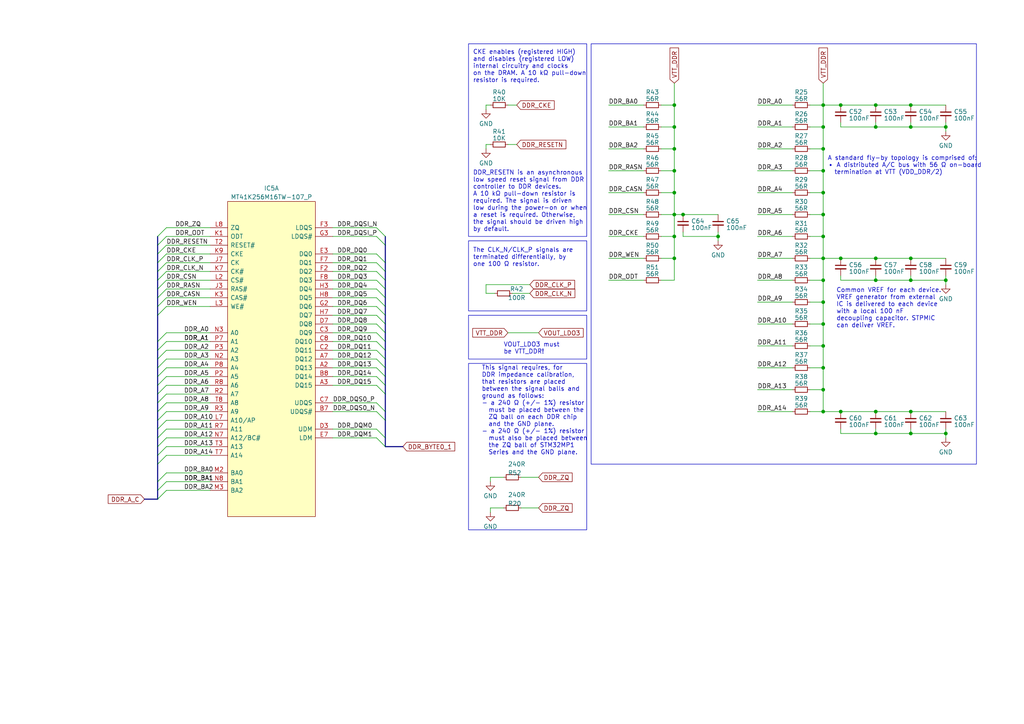
<source format=kicad_sch>
(kicad_sch (version 20230121) (generator eeschema)
  (paper "A4")
  (lib_symbols
    (symbol "Device:C_Small" (pin_numbers hide) (pin_names (offset 0.254) hide)
      (property "Reference" "C" (at 0.254 1.778 0))
      (property "Value" "C_Small" (at 0.254 -2.032 0))
      (symbol "C_Small_0_1"
        (polyline (pts (xy -1.524 -0.508) (xy 1.524 -0.508)) (stroke (width 0.3302)))
        (polyline (pts (xy -1.524 0.508) (xy 1.524 0.508)) (stroke (width 0.3048)))
      )
      (symbol "C_Small_1_1"
        (pin passive line (at 0 2.54 270) (length 2.032) (name "~") (number "1"))
        (pin passive line (at 0 -2.54 90) (length 2.032) (name "~") (number "2"))
      )
    )
    (symbol "Device:R_Small" (pin_numbers hide) (pin_names (offset 0.254) hide)
      (property "Reference" "R" (at 0.762 0.508 0))
      (property "Value" "R_Small" (at 0.762 -1.016 0))
      (symbol "R_Small_0_1"
        (rectangle (start -0.762 1.778) (end 0.762 -1.778) (stroke (width 0.2032)))
      )
      (symbol "R_Small_1_1"
        (pin passive line (at 0 2.54 270) (length 0.762) (name "~") (number "1"))
        (pin passive line (at 0 -2.54 90) (length 0.762) (name "~") (number "2"))
      )
    )
    (symbol "MT41K256M16TW-107_P_1" (pin_names (offset 0.762))
      (property "Reference" "IC5" (at 17.78 6.35 0))
      (property "Value" "MT41K256M16TW-107_P" (at 17.78 3.81 0))
      (symbol "MT41K256M16TW-107_P_1_1_0"
        (pin passive line (at 35.56 -45.72 180) (length 5.08) (name "DQ13") (number "A2"))
        (pin passive line (at 35.56 -50.8 180) (length 5.08) (name "DQ15") (number "A3"))
        (pin passive line (at 35.56 -43.18 180) (length 5.08) (name "DQ12") (number "A7"))
        (pin passive line (at 35.56 -58.42 180) (length 5.08) (name "UDQS#") (number "B7"))
        (pin passive line (at 35.56 -48.26 180) (length 5.08) (name "DQ14") (number "B8"))
        (pin passive line (at 35.56 -40.64 180) (length 5.08) (name "DQ11") (number "C2"))
        (pin passive line (at 35.56 -35.56 180) (length 5.08) (name "DQ9") (number "C3"))
        (pin passive line (at 35.56 -55.88 180) (length 5.08) (name "UDQS") (number "C7"))
        (pin passive line (at 35.56 -38.1 180) (length 5.08) (name "DQ10") (number "C8"))
        (pin passive line (at 35.56 -63.5 180) (length 5.08) (name "UDM") (number "D3"))
        (pin passive line (at 35.56 -33.02 180) (length 5.08) (name "DQ8") (number "D7"))
        (pin passive line (at 35.56 -12.7 180) (length 5.08) (name "DQ0") (number "E3"))
        (pin passive line (at 35.56 -66.04 180) (length 5.08) (name "LDM") (number "E7"))
        (pin passive line (at 35.56 -17.78 180) (length 5.08) (name "DQ2") (number "F2"))
        (pin passive line (at 35.56 -5.08 180) (length 5.08) (name "LDQS") (number "F3"))
        (pin passive line (at 35.56 -15.24 180) (length 5.08) (name "DQ1") (number "F7"))
        (pin passive line (at 35.56 -20.32 180) (length 5.08) (name "DQ3") (number "F8"))
        (pin passive line (at 35.56 -27.94 180) (length 5.08) (name "DQ6") (number "G2"))
        (pin passive line (at 35.56 -7.62 180) (length 5.08) (name "LDQS#") (number "G3"))
        (pin passive line (at 35.56 -22.86 180) (length 5.08) (name "DQ4") (number "H3"))
        (pin passive line (at 35.56 -30.48 180) (length 5.08) (name "DQ7") (number "H7"))
        (pin passive line (at 35.56 -25.4 180) (length 5.08) (name "DQ5") (number "H8"))
        (pin passive line (at 35.56 -71.12 180) (length 5.08) hide (name "NC_1") (number "J1"))
        (pin passive line (at 0 -22.86 0) (length 5.08) (name "RAS#") (number "J3"))
        (pin passive line (at 0 -15.24 0) (length 5.08) (name "CK") (number "J7"))
        (pin passive line (at 35.56 -73.66 180) (length 5.08) hide (name "NC_2") (number "J9"))
        (pin passive line (at 0 -7.62 0) (length 5.08) (name "ODT") (number "K1"))
        (pin passive line (at 0 -25.4 0) (length 5.08) (name "CAS#") (number "K3"))
        (pin passive line (at 0 -17.78 0) (length 5.08) (name "CK#") (number "K7"))
        (pin passive line (at 0 -12.7 0) (length 5.08) (name "CKE") (number "K9"))
        (pin passive line (at 35.56 -76.2 180) (length 5.08) hide (name "NC_3") (number "L1"))
        (pin passive line (at 0 -20.32 0) (length 5.08) (name "CS#") (number "L2"))
        (pin passive line (at 0 -27.94 0) (length 5.08) (name "WE#") (number "L3"))
        (pin passive line (at 0 -60.96 0) (length 5.08) (name "A10/AP") (number "L7"))
        (pin passive line (at 0 -5.08 0) (length 5.08) (name "ZQ") (number "L8"))
        (pin passive line (at 35.56 -78.74 180) (length 5.08) hide (name "NC_4") (number "L9"))
        (pin passive line (at 0 -76.2 0) (length 5.08) (name "BA0") (number "M2"))
        (pin passive line (at 0 -81.28 0) (length 5.08) (name "BA2") (number "M3"))
        (pin passive line (at 35.56 -81.28 180) (length 5.08) hide (name "NC_5") (number "M7"))
        (pin passive line (at 0 -43.18 0) (length 5.08) (name "A3") (number "N2"))
        (pin passive line (at 0 -35.56 0) (length 5.08) (name "A0") (number "N3"))
        (pin passive line (at 0 -66.04 0) (length 5.08) (name "A12/BC#") (number "N7"))
        (pin passive line (at 0 -78.74 0) (length 5.08) (name "BA1") (number "N8"))
        (pin passive line (at 0 -48.26 0) (length 5.08) (name "A5") (number "P2"))
        (pin passive line (at 0 -40.64 0) (length 5.08) (name "A2") (number "P3"))
        (pin passive line (at 0 -38.1 0) (length 5.08) (name "A1") (number "P7"))
        (pin passive line (at 0 -45.72 0) (length 5.08) (name "A4") (number "P8"))
        (pin passive line (at 0 -53.34 0) (length 5.08) (name "A7") (number "R2"))
        (pin passive line (at 0 -58.42 0) (length 5.08) (name "A9") (number "R3"))
        (pin passive line (at 0 -63.5 0) (length 5.08) (name "A11") (number "R7"))
        (pin passive line (at 0 -50.8 0) (length 5.08) (name "A6") (number "R8"))
        (pin passive line (at 0 -10.16 0) (length 5.08) (name "RESET#") (number "T2"))
        (pin passive line (at 0 -68.58 0) (length 5.08) (name "A13") (number "T3"))
        (pin passive line (at 0 -71.12 0) (length 5.08) (name "A14") (number "T7"))
        (pin passive line (at 0 -55.88 0) (length 5.08) (name "A8") (number "T8"))
      )
      (symbol "MT41K256M16TW-107_P_1_1_1"
        (polyline (pts (xy 5.08 2.54) (xy 30.48 2.54) (xy 30.48 -88.9) (xy 5.08 -88.9) (xy 5.08 2.54)) (stroke (width 0.1524)) (fill (type background)))
      )
      (symbol "MT41K256M16TW-107_P_1_2_0"
        (pin passive line (at 0 29.21 270) (length 5.08) (name "VDDQ_1") (number "A1"))
        (pin passive line (at 2.54 29.21 270) (length 5.08) (name "VDDQ_2") (number "A8"))
        (pin passive line (at 0 0 90) (length 5.08) (name "VSS_1") (number "A9"))
        (pin passive line (at 2.54 0 90) (length 5.08) (name "VSSQ_1") (number "B1"))
        (pin passive line (at 5.08 29.21 270) (length 5.08) (name "VDD_1") (number "B2"))
        (pin passive line (at 7.62 0 90) (length 5.08) (name "VSS_2") (number "B3"))
        (pin passive line (at 5.08 0 90) (length 5.08) (name "VSSQ_2") (number "B9"))
        (pin passive line (at 7.62 29.21 270) (length 5.08) (name "VDDQ_3") (number "C1"))
        (pin passive line (at 10.16 29.21 270) (length 5.08) (name "VDDQ_4") (number "C9"))
        (pin passive line (at 10.16 0 90) (length 5.08) (name "VSSQ_3") (number "D1"))
        (pin passive line (at 12.7 29.21 270) (length 5.08) (name "VDDQ_5") (number "D2"))
        (pin passive line (at 12.7 0 90) (length 5.08) (name "VSSQ_4") (number "D8"))
        (pin passive line (at 15.24 29.21 270) (length 5.08) (name "VDD_2") (number "D9"))
        (pin passive line (at 15.24 0 90) (length 5.08) (name "VSS_3") (number "E1"))
        (pin passive line (at 17.78 0 90) (length 5.08) (name "VSSQ_5") (number "E2"))
        (pin passive line (at 20.32 0 90) (length 5.08) (name "VSSQ_6") (number "E8"))
        (pin passive line (at 17.78 29.21 270) (length 5.08) (name "VDDQ_6") (number "E9"))
        (pin passive line (at 20.32 29.21 270) (length 5.08) (name "VDDQ_7") (number "F1"))
        (pin passive line (at 22.86 0 90) (length 5.08) (name "VSSQ_7") (number "F9"))
        (pin passive line (at 25.4 0 90) (length 5.08) (name "VSSQ_8") (number "G1"))
        (pin passive line (at 22.86 29.21 270) (length 5.08) (name "VDD_3") (number "G7"))
        (pin passive line (at 27.94 0 90) (length 5.08) (name "VSS_4") (number "G8"))
        (pin passive line (at 30.48 0 90) (length 5.08) (name "VSSQ_9") (number "G9"))
        (pin passive line (at 48.26 29.21 270) (length 5.08) (name "VREFDQ") (number "H1"))
        (pin passive line (at 25.4 29.21 270) (length 5.08) (name "VDDQ_8") (number "H2"))
        (pin passive line (at 27.94 29.21 270) (length 5.08) (name "VDDQ_9") (number "H9"))
        (pin passive line (at 33.02 0 90) (length 5.08) (name "VSS_5") (number "J2"))
        (pin passive line (at 35.56 0 90) (length 5.08) (name "VSS_6") (number "J8"))
        (pin passive line (at 30.48 29.21 270) (length 5.08) (name "VDD_4") (number "K2"))
        (pin passive line (at 33.02 29.21 270) (length 5.08) (name "VDD_5") (number "K8"))
        (pin passive line (at 38.1 0 90) (length 5.08) (name "VSS_7") (number "M1"))
        (pin passive line (at 45.72 29.21 270) (length 5.08) (name "VREFCA") (number "M8"))
        (pin passive line (at 40.64 0 90) (length 5.08) (name "VSS_8") (number "M9"))
        (pin passive line (at 35.56 29.21 270) (length 5.08) (name "VDD_6") (number "N1"))
        (pin passive line (at 38.1 29.21 270) (length 5.08) (name "VDD_7") (number "N9"))
        (pin passive line (at 43.18 0 90) (length 5.08) (name "VSS_9") (number "P1"))
        (pin passive line (at 45.72 0 90) (length 5.08) (name "VSS_10") (number "P9"))
        (pin passive line (at 40.64 29.21 270) (length 5.08) (name "VDD_8") (number "R1"))
        (pin passive line (at 43.18 29.21 270) (length 5.08) (name "VDD_9") (number "R9"))
        (pin passive line (at 48.26 0 90) (length 5.08) (name "VSS_11") (number "T1"))
        (pin passive line (at 50.8 0 90) (length 5.08) (name "VSS_12") (number "T9"))
      )
      (symbol "MT41K256M16TW-107_P_1_2_1"
        (rectangle (start -1.905 24.13) (end 52.705 5.08) (fill (type background)))
      )
    )
    (symbol "power:GND" (power) (pin_names (offset 0))
      (property "Value" "GND" (at 0 -3.81 0))
      (symbol "GND_0_1"
        (polyline (pts (xy 0 0) (xy 0 -1.27) (xy 1.27 -1.27) (xy 0 -2.54) (xy -1.27 -1.27) (xy 0 -1.27)))
      )
      (symbol "GND_1_1"
        (pin power_in line (at 0 0 270) (length 0) hide (name "GND") (number "1"))
      )
    )
  )
  (junction (at 264.16 36.83))
  (junction (at 238.76 55.88))
  (junction (at 254 30.48))
  (junction (at 198.12 62.23))
  (junction (at 264.16 125.73))
  (junction (at 195.58 43.18))
  (junction (at 264.16 30.48))
  (junction (at 274.32 36.83))
  (junction (at 254 36.83))
  (junction (at 238.76 93.98))
  (junction (at 264.16 119.38))
  (junction (at 243.84 74.93))
  (junction (at 238.76 87.63))
  (junction (at 195.58 74.93))
  (junction (at 238.76 36.83))
  (junction (at 238.76 30.48))
  (junction (at 274.32 81.28))
  (junction (at 195.58 49.53))
  (junction (at 195.58 68.58))
  (junction (at 195.58 36.83))
  (junction (at 243.84 30.48))
  (junction (at 238.76 43.18))
  (junction (at 254 81.28))
  (junction (at 208.28 68.58))
  (junction (at 238.76 68.58))
  (junction (at 274.32 125.73))
  (junction (at 254 119.38))
  (junction (at 238.76 49.53))
  (junction (at 238.76 81.28))
  (junction (at 264.16 74.93))
  (junction (at 238.76 62.23))
  (junction (at 243.84 119.38))
  (junction (at 238.76 74.93))
  (junction (at 254 125.73))
  (junction (at 238.76 106.68))
  (junction (at 264.16 81.28))
  (junction (at 254 74.93))
  (junction (at 238.76 113.03))
  (junction (at 195.58 55.88))
  (junction (at 195.58 30.48))
  (junction (at 238.76 100.33))
  (junction (at 195.58 62.23))
  (junction (at 238.76 119.38))
  (bus_entry (at 45.72 99.06) (size 2.54 -2.54))
  (bus_entry (at 109.22 88.9) (size 2.54 2.54))
  (bus_entry (at 109.22 124.46) (size 2.54 2.54))
  (bus_entry (at 45.72 134.62) (size 2.54 -2.54))
  (bus_entry (at 45.72 129.54) (size 2.54 -2.54))
  (bus_entry (at 45.72 91.44) (size 2.54 -2.54))
  (bus_entry (at 45.72 86.36) (size 2.54 -2.54))
  (bus_entry (at 109.22 111.76) (size 2.54 2.54))
  (bus_entry (at 109.22 76.2) (size 2.54 2.54))
  (bus_entry (at 109.22 106.68) (size 2.54 2.54))
  (bus_entry (at 109.22 78.74) (size 2.54 2.54))
  (bus_entry (at 45.72 71.12) (size 2.54 -2.54))
  (bus_entry (at 45.72 116.84) (size 2.54 -2.54))
  (bus_entry (at 45.72 121.92) (size 2.54 -2.54))
  (bus_entry (at 109.22 127) (size 2.54 2.54))
  (bus_entry (at 109.22 73.66) (size 2.54 2.54))
  (bus_entry (at 45.72 144.78) (size 2.54 -2.54))
  (bus_entry (at 45.72 139.7) (size 2.54 -2.54))
  (bus_entry (at 48.26 66.04) (size -2.54 2.54))
  (bus_entry (at 109.22 116.84) (size 2.54 2.54))
  (bus_entry (at 45.72 81.28) (size 2.54 -2.54))
  (bus_entry (at 45.72 88.9) (size 2.54 -2.54))
  (bus_entry (at 109.22 68.58) (size 2.54 2.54))
  (bus_entry (at 45.72 132.08) (size 2.54 -2.54))
  (bus_entry (at 109.22 101.6) (size 2.54 2.54))
  (bus_entry (at 45.72 101.6) (size 2.54 -2.54))
  (bus_entry (at 109.22 86.36) (size 2.54 2.54))
  (bus_entry (at 45.72 104.14) (size 2.54 -2.54))
  (bus_entry (at 109.22 109.22) (size 2.54 2.54))
  (bus_entry (at 109.22 93.98) (size 2.54 2.54))
  (bus_entry (at 45.72 114.3) (size 2.54 -2.54))
  (bus_entry (at 45.72 119.38) (size 2.54 -2.54))
  (bus_entry (at 109.22 96.52) (size 2.54 2.54))
  (bus_entry (at 45.72 83.82) (size 2.54 -2.54))
  (bus_entry (at 45.72 124.46) (size 2.54 -2.54))
  (bus_entry (at 45.72 76.2) (size 2.54 -2.54))
  (bus_entry (at 45.72 106.68) (size 2.54 -2.54))
  (bus_entry (at 109.22 83.82) (size 2.54 2.54))
  (bus_entry (at 45.72 73.66) (size 2.54 -2.54))
  (bus_entry (at 45.72 111.76) (size 2.54 -2.54))
  (bus_entry (at 109.22 81.28) (size 2.54 2.54))
  (bus_entry (at 109.22 91.44) (size 2.54 2.54))
  (bus_entry (at 109.22 99.06) (size 2.54 2.54))
  (bus_entry (at 109.22 66.04) (size 2.54 2.54))
  (bus_entry (at 109.22 104.14) (size 2.54 2.54))
  (bus_entry (at 45.72 127) (size 2.54 -2.54))
  (bus_entry (at 45.72 78.74) (size 2.54 -2.54))
  (bus_entry (at 45.72 109.22) (size 2.54 -2.54))
  (bus_entry (at 45.72 142.24) (size 2.54 -2.54))
  (bus_entry (at 109.22 119.38) (size 2.54 2.54))
  (wire (pts (xy 142.24 147.32) (xy 142.24 148.59)))
  (wire (pts (xy 219.71 93.98) (xy 229.87 93.98)))
  (wire (pts (xy 195.58 55.88) (xy 195.58 62.23)))
  (bus (pts (xy 45.72 71.12) (xy 45.72 73.66)))
  (wire (pts (xy 191.77 68.58) (xy 195.58 68.58)))
  (wire (pts (xy 219.71 87.63) (xy 229.87 87.63)))
  (wire (pts (xy 176.53 74.93) (xy 186.69 74.93)))
  (wire (pts (xy 96.52 73.66) (xy 109.22 73.66)))
  (wire (pts (xy 264.16 36.83) (xy 274.32 36.83)))
  (wire (pts (xy 176.53 49.53) (xy 186.69 49.53)))
  (wire (pts (xy 234.95 55.88) (xy 238.76 55.88)))
  (wire (pts (xy 48.26 88.9) (xy 60.96 88.9)))
  (wire (pts (xy 238.76 119.38) (xy 243.84 119.38)))
  (wire (pts (xy 234.95 119.38) (xy 238.76 119.38)))
  (bus (pts (xy 45.72 114.3) (xy 45.72 116.84)))
  (wire (pts (xy 238.76 100.33) (xy 238.76 106.68)))
  (wire (pts (xy 238.76 30.48) (xy 243.84 30.48)))
  (wire (pts (xy 238.76 68.58) (xy 238.76 74.93)))
  (wire (pts (xy 198.12 62.23) (xy 208.28 62.23)))
  (wire (pts (xy 147.32 96.52) (xy 156.21 96.52)))
  (wire (pts (xy 191.77 81.28) (xy 195.58 81.28)))
  (wire (pts (xy 243.84 125.73) (xy 254 125.73)))
  (wire (pts (xy 96.52 93.98) (xy 109.22 93.98)))
  (wire (pts (xy 264.16 80.01) (xy 264.16 81.28)))
  (bus (pts (xy 45.72 86.36) (xy 45.72 88.9)))
  (bus (pts (xy 45.72 78.74) (xy 45.72 81.28)))
  (wire (pts (xy 176.53 68.58) (xy 186.69 68.58)))
  (wire (pts (xy 96.52 88.9) (xy 109.22 88.9)))
  (wire (pts (xy 234.95 87.63) (xy 238.76 87.63)))
  (wire (pts (xy 219.71 113.03) (xy 229.87 113.03)))
  (wire (pts (xy 142.24 138.43) (xy 142.24 139.7)))
  (wire (pts (xy 142.24 30.48) (xy 140.97 30.48)))
  (wire (pts (xy 219.71 100.33) (xy 229.87 100.33)))
  (wire (pts (xy 198.12 68.58) (xy 208.28 68.58)))
  (wire (pts (xy 191.77 74.93) (xy 195.58 74.93)))
  (wire (pts (xy 176.53 36.83) (xy 186.69 36.83)))
  (wire (pts (xy 48.26 104.14) (xy 60.96 104.14)))
  (wire (pts (xy 274.32 82.55) (xy 274.32 81.28)))
  (wire (pts (xy 96.52 99.06) (xy 109.22 99.06)))
  (wire (pts (xy 140.97 41.91) (xy 140.97 43.18)))
  (bus (pts (xy 45.72 106.68) (xy 45.72 109.22)))
  (wire (pts (xy 219.71 119.38) (xy 229.87 119.38)))
  (wire (pts (xy 48.26 71.12) (xy 60.96 71.12)))
  (wire (pts (xy 191.77 49.53) (xy 195.58 49.53)))
  (wire (pts (xy 176.53 55.88) (xy 186.69 55.88)))
  (wire (pts (xy 219.71 36.83) (xy 229.87 36.83)))
  (bus (pts (xy 111.76 91.44) (xy 111.76 93.98)))
  (wire (pts (xy 238.76 106.68) (xy 238.76 113.03)))
  (wire (pts (xy 191.77 55.88) (xy 195.58 55.88)))
  (bus (pts (xy 111.76 96.52) (xy 111.76 99.06)))
  (bus (pts (xy 45.72 111.76) (xy 45.72 114.3)))
  (wire (pts (xy 238.76 81.28) (xy 238.76 87.63)))
  (wire (pts (xy 243.84 36.83) (xy 254 36.83)))
  (bus (pts (xy 45.72 119.38) (xy 45.72 121.92)))
  (wire (pts (xy 208.28 67.31) (xy 208.28 68.58)))
  (wire (pts (xy 176.53 30.48) (xy 186.69 30.48)))
  (wire (pts (xy 48.26 119.38) (xy 60.96 119.38)))
  (bus (pts (xy 45.72 124.46) (xy 45.72 127)))
  (bus (pts (xy 111.76 104.14) (xy 111.76 106.68)))
  (wire (pts (xy 234.95 81.28) (xy 238.76 81.28)))
  (wire (pts (xy 48.26 142.24) (xy 60.96 142.24)))
  (wire (pts (xy 195.58 62.23) (xy 198.12 62.23)))
  (bus (pts (xy 45.72 91.44) (xy 45.72 99.06)))
  (wire (pts (xy 234.95 74.93) (xy 238.76 74.93)))
  (bus (pts (xy 45.72 139.7) (xy 45.72 142.24)))
  (wire (pts (xy 195.58 24.13) (xy 195.58 30.48)))
  (wire (pts (xy 243.84 74.93) (xy 254 74.93)))
  (wire (pts (xy 148.59 85.09) (xy 153.67 85.09)))
  (wire (pts (xy 96.52 81.28) (xy 109.22 81.28)))
  (wire (pts (xy 254 81.28) (xy 264.16 81.28)))
  (wire (pts (xy 219.71 43.18) (xy 229.87 43.18)))
  (wire (pts (xy 238.76 30.48) (xy 238.76 36.83)))
  (bus (pts (xy 45.72 109.22) (xy 45.72 111.76)))
  (wire (pts (xy 140.97 30.48) (xy 140.97 31.75)))
  (wire (pts (xy 176.53 81.28) (xy 186.69 81.28)))
  (wire (pts (xy 219.71 68.58) (xy 229.87 68.58)))
  (wire (pts (xy 238.76 113.03) (xy 238.76 119.38)))
  (wire (pts (xy 96.52 68.58) (xy 109.22 68.58)))
  (bus (pts (xy 111.76 68.58) (xy 111.76 71.12)))
  (wire (pts (xy 96.52 101.6) (xy 109.22 101.6)))
  (wire (pts (xy 151.13 147.32) (xy 156.21 147.32)))
  (wire (pts (xy 264.16 119.38) (xy 274.32 119.38)))
  (wire (pts (xy 234.95 62.23) (xy 238.76 62.23)))
  (wire (pts (xy 219.71 55.88) (xy 229.87 55.88)))
  (wire (pts (xy 147.32 30.48) (xy 149.86 30.48)))
  (bus (pts (xy 111.76 114.3) (xy 111.76 119.38)))
  (bus (pts (xy 111.76 101.6) (xy 111.76 104.14)))
  (wire (pts (xy 234.95 68.58) (xy 238.76 68.58)))
  (bus (pts (xy 111.76 109.22) (xy 111.76 111.76)))
  (wire (pts (xy 48.26 101.6) (xy 60.96 101.6)))
  (wire (pts (xy 140.97 82.55) (xy 140.97 85.09)))
  (bus (pts (xy 45.72 127) (xy 45.72 129.54)))
  (wire (pts (xy 238.76 55.88) (xy 238.76 62.23)))
  (wire (pts (xy 254 125.73) (xy 264.16 125.73)))
  (wire (pts (xy 48.26 109.22) (xy 60.96 109.22)))
  (wire (pts (xy 264.16 74.93) (xy 274.32 74.93)))
  (wire (pts (xy 195.58 43.18) (xy 195.58 49.53)))
  (bus (pts (xy 111.76 127) (xy 111.76 129.54)))
  (wire (pts (xy 234.95 93.98) (xy 238.76 93.98)))
  (wire (pts (xy 243.84 30.48) (xy 254 30.48)))
  (wire (pts (xy 274.32 125.73) (xy 274.32 124.46)))
  (wire (pts (xy 48.26 66.04) (xy 60.96 66.04)))
  (bus (pts (xy 45.72 129.54) (xy 45.72 132.08)))
  (bus (pts (xy 111.76 111.76) (xy 111.76 114.3)))
  (wire (pts (xy 48.26 78.74) (xy 60.96 78.74)))
  (wire (pts (xy 208.28 68.58) (xy 208.28 69.85)))
  (wire (pts (xy 147.32 41.91) (xy 149.86 41.91)))
  (wire (pts (xy 48.26 99.06) (xy 60.96 99.06)))
  (wire (pts (xy 191.77 62.23) (xy 195.58 62.23)))
  (wire (pts (xy 96.52 83.82) (xy 109.22 83.82)))
  (bus (pts (xy 111.76 93.98) (xy 111.76 96.52)))
  (wire (pts (xy 176.53 62.23) (xy 186.69 62.23)))
  (wire (pts (xy 243.84 35.56) (xy 243.84 36.83)))
  (bus (pts (xy 45.72 76.2) (xy 45.72 78.74)))
  (wire (pts (xy 219.71 81.28) (xy 229.87 81.28)))
  (wire (pts (xy 96.52 86.36) (xy 109.22 86.36)))
  (wire (pts (xy 48.26 121.92) (xy 60.96 121.92)))
  (wire (pts (xy 191.77 43.18) (xy 195.58 43.18)))
  (wire (pts (xy 48.26 81.28) (xy 60.96 81.28)))
  (bus (pts (xy 111.76 71.12) (xy 111.76 76.2)))
  (wire (pts (xy 96.52 96.52) (xy 109.22 96.52)))
  (wire (pts (xy 238.76 87.63) (xy 238.76 93.98)))
  (wire (pts (xy 48.26 106.68) (xy 60.96 106.68)))
  (wire (pts (xy 254 124.46) (xy 254 125.73)))
  (bus (pts (xy 45.72 83.82) (xy 45.72 86.36)))
  (bus (pts (xy 111.76 83.82) (xy 111.76 86.36)))
  (wire (pts (xy 48.26 68.58) (xy 60.96 68.58)))
  (wire (pts (xy 234.95 43.18) (xy 238.76 43.18)))
  (wire (pts (xy 243.84 81.28) (xy 254 81.28)))
  (bus (pts (xy 111.76 99.06) (xy 111.76 101.6)))
  (bus (pts (xy 41.91 144.78) (xy 45.72 144.78)))
  (wire (pts (xy 96.52 111.76) (xy 109.22 111.76)))
  (wire (pts (xy 219.71 30.48) (xy 229.87 30.48)))
  (bus (pts (xy 45.72 121.92) (xy 45.72 124.46)))
  (wire (pts (xy 264.16 81.28) (xy 274.32 81.28)))
  (bus (pts (xy 111.76 76.2) (xy 111.76 78.74)))
  (wire (pts (xy 195.58 74.93) (xy 195.58 81.28)))
  (wire (pts (xy 219.71 106.68) (xy 229.87 106.68)))
  (wire (pts (xy 254 74.93) (xy 264.16 74.93)))
  (bus (pts (xy 45.72 132.08) (xy 45.72 134.62)))
  (wire (pts (xy 96.52 106.68) (xy 109.22 106.68)))
  (wire (pts (xy 195.58 49.53) (xy 195.58 55.88)))
  (wire (pts (xy 274.32 36.83) (xy 274.32 35.56)))
  (wire (pts (xy 176.53 43.18) (xy 186.69 43.18)))
  (wire (pts (xy 195.58 68.58) (xy 195.58 74.93)))
  (wire (pts (xy 96.52 109.22) (xy 109.22 109.22)))
  (wire (pts (xy 274.32 38.1) (xy 274.32 36.83)))
  (bus (pts (xy 45.72 116.84) (xy 45.72 119.38)))
  (wire (pts (xy 140.97 85.09) (xy 143.51 85.09)))
  (wire (pts (xy 96.52 116.84) (xy 109.22 116.84)))
  (wire (pts (xy 146.05 138.43) (xy 142.24 138.43)))
  (wire (pts (xy 238.76 74.93) (xy 243.84 74.93)))
  (wire (pts (xy 48.26 137.16) (xy 60.96 137.16)))
  (wire (pts (xy 254 80.01) (xy 254 81.28)))
  (wire (pts (xy 96.52 78.74) (xy 109.22 78.74)))
  (wire (pts (xy 153.67 82.55) (xy 140.97 82.55)))
  (wire (pts (xy 96.52 91.44) (xy 109.22 91.44)))
  (wire (pts (xy 146.05 147.32) (xy 142.24 147.32)))
  (bus (pts (xy 45.72 73.66) (xy 45.72 76.2)))
  (wire (pts (xy 198.12 67.31) (xy 198.12 68.58)))
  (wire (pts (xy 274.32 127) (xy 274.32 125.73)))
  (wire (pts (xy 96.52 66.04) (xy 109.22 66.04)))
  (wire (pts (xy 234.95 49.53) (xy 238.76 49.53)))
  (wire (pts (xy 96.52 104.14) (xy 109.22 104.14)))
  (wire (pts (xy 195.58 62.23) (xy 195.58 68.58)))
  (bus (pts (xy 111.76 81.28) (xy 111.76 83.82)))
  (wire (pts (xy 48.26 139.7) (xy 60.96 139.7)))
  (wire (pts (xy 243.84 124.46) (xy 243.84 125.73)))
  (wire (pts (xy 234.95 113.03) (xy 238.76 113.03)))
  (bus (pts (xy 111.76 119.38) (xy 111.76 121.92)))
  (bus (pts (xy 45.72 81.28) (xy 45.72 83.82)))
  (wire (pts (xy 48.26 114.3) (xy 60.96 114.3)))
  (bus (pts (xy 111.76 78.74) (xy 111.76 81.28)))
  (wire (pts (xy 274.32 81.28) (xy 274.32 80.01)))
  (wire (pts (xy 238.76 36.83) (xy 238.76 43.18)))
  (wire (pts (xy 219.71 62.23) (xy 229.87 62.23)))
  (wire (pts (xy 191.77 36.83) (xy 195.58 36.83)))
  (wire (pts (xy 254 36.83) (xy 264.16 36.83)))
  (bus (pts (xy 45.72 88.9) (xy 45.72 91.44)))
  (wire (pts (xy 234.95 100.33) (xy 238.76 100.33)))
  (wire (pts (xy 219.71 74.93) (xy 229.87 74.93)))
  (bus (pts (xy 45.72 99.06) (xy 45.72 101.6)))
  (wire (pts (xy 238.76 49.53) (xy 238.76 55.88)))
  (wire (pts (xy 195.58 36.83) (xy 195.58 43.18)))
  (bus (pts (xy 111.76 88.9) (xy 111.76 91.44)))
  (wire (pts (xy 254 35.56) (xy 254 36.83)))
  (wire (pts (xy 234.95 30.48) (xy 238.76 30.48)))
  (wire (pts (xy 96.52 76.2) (xy 109.22 76.2)))
  (wire (pts (xy 48.26 73.66) (xy 60.96 73.66)))
  (bus (pts (xy 45.72 68.58) (xy 45.72 71.12)))
  (bus (pts (xy 111.76 121.92) (xy 111.76 127)))
  (wire (pts (xy 96.52 124.46) (xy 109.22 124.46)))
  (wire (pts (xy 48.26 127) (xy 60.96 127)))
  (wire (pts (xy 195.58 30.48) (xy 195.58 36.83)))
  (wire (pts (xy 238.76 62.23) (xy 238.76 68.58)))
  (bus (pts (xy 45.72 142.24) (xy 45.72 144.78)))
  (wire (pts (xy 151.13 138.43) (xy 156.21 138.43)))
  (bus (pts (xy 111.76 86.36) (xy 111.76 88.9)))
  (wire (pts (xy 238.76 43.18) (xy 238.76 49.53)))
  (wire (pts (xy 48.26 111.76) (xy 60.96 111.76)))
  (wire (pts (xy 48.26 86.36) (xy 60.96 86.36)))
  (wire (pts (xy 191.77 30.48) (xy 195.58 30.48)))
  (wire (pts (xy 48.26 83.82) (xy 60.96 83.82)))
  (bus (pts (xy 45.72 104.14) (xy 45.72 106.68)))
  (wire (pts (xy 48.26 96.52) (xy 60.96 96.52)))
  (wire (pts (xy 264.16 30.48) (xy 274.32 30.48)))
  (wire (pts (xy 243.84 80.01) (xy 243.84 81.28)))
  (wire (pts (xy 238.76 74.93) (xy 238.76 81.28)))
  (wire (pts (xy 254 119.38) (xy 264.16 119.38)))
  (wire (pts (xy 96.52 127) (xy 109.22 127)))
  (bus (pts (xy 45.72 134.62) (xy 45.72 139.7)))
  (wire (pts (xy 243.84 119.38) (xy 254 119.38)))
  (wire (pts (xy 264.16 35.56) (xy 264.16 36.83)))
  (wire (pts (xy 238.76 93.98) (xy 238.76 100.33)))
  (wire (pts (xy 48.26 132.08) (xy 60.96 132.08)))
  (wire (pts (xy 238.76 24.13) (xy 238.76 30.48)))
  (bus (pts (xy 45.72 101.6) (xy 45.72 104.14)))
  (wire (pts (xy 264.16 124.46) (xy 264.16 125.73)))
  (bus (pts (xy 111.76 106.68) (xy 111.76 109.22)))
  (wire (pts (xy 254 30.48) (xy 264.16 30.48)))
  (wire (pts (xy 48.26 76.2) (xy 60.96 76.2)))
  (wire (pts (xy 48.26 116.84) (xy 60.96 116.84)))
  (wire (pts (xy 264.16 125.73) (xy 274.32 125.73)))
  (wire (pts (xy 142.24 41.91) (xy 140.97 41.91)))
  (wire (pts (xy 48.26 124.46) (xy 60.96 124.46)))
  (bus (pts (xy 111.76 129.54) (xy 116.84 129.54)))
  (wire (pts (xy 219.71 49.53) (xy 229.87 49.53)))
  (wire (pts (xy 96.52 119.38) (xy 109.22 119.38)))
  (wire (pts (xy 48.26 129.54) (xy 60.96 129.54)))
  (wire (pts (xy 234.95 36.83) (xy 238.76 36.83)))
  (wire (pts (xy 234.95 106.68) (xy 238.76 106.68)))
  (rectangle (start 135.89 12.7) (end 170.18 68.58))
  (rectangle (start 171.45 12.7) (end 283.21 134.62))
  (rectangle (start 135.89 91.44) (end 170.18 104.14))
  (rectangle (start 135.89 105.41) (end 170.18 153.67))
  (rectangle (start 135.89 69.85) (end 170.18 90.17))
  (text "VOUT_LDO3 must\nbe VTT_DDR!" (at 146.05 102.87 0) (effects (font (size 1.27 1.27)) (justify left bottom)))
  (text "DDR_RESETN is an asynchronous\nlow speed reset signal from DDR\ncontroller to DDR devices. \nA 10 kΩ pull-down resistor is \nrequired. The signal is driven\nlow during the power-on or when\na reset is required. Otherwise,\nthe signal should be driven high\nby default." (at 137.16 67.31 0) (effects (font (size 1.27 1.27)) (justify left bottom)))
  (text "A standard fly-by topology is comprised of:\n• A distributed A/C bus with 56 Ω on-board\n  termination at VTT (VDD_DDR/2)" (at 240.03 50.8 0) (effects (font (size 1.27 1.27)) (justify left bottom)))
  (text "This signal requires, for\nDDR impedance calibration,\nthat resistors are placed\nbetween the signal balls and\nground as follows:\n- a 240 Ω (+/- 1%) resistor\n  must be placed between the\n  ZQ ball on each DDR chip\n  and the GND plane.\n- a 240 Ω (+/- 1%) resistor\n  must also be placed between\n  the ZQ ball of STM32MP1 \n  Series and the GND plane." (at 139.7 132.08 0) (effects (font (size 1.27 1.27)) (justify left bottom)))
  (text "CKE enables (registered HIGH) \nand disables (registered LOW)\ninternal circuitry and clocks\non the DRAM. A 10 kΩ pull-down\nresistor is required." (at 137.16 24.13 0) (effects (font (size 1.27 1.27)) (justify left bottom)))
  (text "Common VREF for each device.\nVREF generator from external\nIC is delivered to each device\nwith a local 100 nF\ndecoupling capacitor. STPMIC\ncan deliver VREF." (at 242.57 95.25 0) (effects (font (size 1.27 1.27)) (justify left bottom)))
  (text "The CLK_N/CLK_P signals are\nterminated differentially, by\none 100 Ω resistor." (at 137.16 77.47 0) (effects (font (size 1.27 1.27)) (justify left bottom)))
  (label "DDR_A5" (at 53.34 109.22 0))
  (label "DDR_WEN" (at 176.53 74.93 0))
  (label "DDR_CKE" (at 176.53 68.58 0))
  (label "DDR_A6" (at 219.71 68.58 0))
  (label "DDR_DQ6" (at 97.79 88.9 0))
  (label "DDR_ODT" (at 50.8 68.58 0))
  (label "DDR_BA1" (at 53.34 139.7 0))
  (label "DDR_DQ7" (at 97.79 91.44 0))
  (label "DDR_WEN" (at 48.26 88.9 0))
  (label "DDR_DQ12" (at 97.79 104.14 0))
  (label "DDR_BA2" (at 176.53 43.18 0))
  (label "DDR_A13" (at 53.34 129.54 0))
  (label "DDR_A7" (at 219.71 74.93 0))
  (label "DDR_BA1" (at 176.53 36.83 0))
  (label "DDR_DQS0_P" (at 96.52 116.84 0))
  (label "DDR_CKE" (at 48.26 73.66 0))
  (label "DDR_A3" (at 219.71 49.53 0))
  (label "DDR_CASN" (at 176.53 55.88 0))
  (label "DDR_A14" (at 219.71 119.38 0))
  (label "DDR_RESETN" (at 48.26 71.12 0))
  (label "DDR_A12" (at 219.71 106.68 0))
  (label "DDR_A8" (at 53.34 116.84 0))
  (label "DDR_CLK_P" (at 48.26 76.2 0))
  (label "DDR_A1" (at 53.34 99.06 0))
  (label "DDR_CSN" (at 48.26 81.28 0))
  (label "DDR_DQ9" (at 97.79 96.52 0))
  (label "DDR_DQ5" (at 97.79 86.36 0))
  (label "DDR_BA0" (at 53.34 137.16 0))
  (label "DDR_DQSI_P" (at 97.79 68.58 0))
  (label "DDR_DQ13" (at 97.79 106.68 0))
  (label "DDR_A0" (at 219.71 30.48 0))
  (label "DDR_A6" (at 53.34 111.76 0))
  (label "DDR_DQM1" (at 97.79 127 0))
  (label "DDR_DQ14" (at 97.79 109.22 0))
  (label "DDR_A8" (at 219.71 81.28 0))
  (label "DDR_ODT" (at 176.53 81.28 0))
  (label "DDR_A2" (at 219.71 43.18 0))
  (label "DDR_DQ3" (at 97.79 81.28 0))
  (label "DDR_DQ0" (at 97.79 73.66 0))
  (label "DDR_A9" (at 219.71 87.63 0))
  (label "DDR_A5" (at 219.71 62.23 0))
  (label "DDR_CLK_N" (at 48.26 78.74 0))
  (label "DDR_A2" (at 53.34 101.6 0))
  (label "DDR_DQ1" (at 97.79 76.2 0))
  (label "DDR_DQS0_N" (at 96.52 119.38 0))
  (label "DDR_A1" (at 219.71 36.83 0))
  (label "DDR_BA1" (at 53.34 139.7 0))
  (label "DDR_BA0" (at 176.53 30.48 0))
  (label "DDR_A4" (at 219.71 55.88 0))
  (label "DDR_A10" (at 219.71 93.98 0))
  (label "DDR_CSN" (at 176.53 62.23 0))
  (label "DDR_BA2" (at 53.34 142.24 0))
  (label "DDR_A11" (at 219.71 100.33 0))
  (label "DDR_A9" (at 53.34 119.38 0))
  (label "DDR_DQ2" (at 97.79 78.74 0))
  (label "DDR_A7" (at 53.34 114.3 0))
  (label "DDR_DQ4" (at 97.79 83.82 0))
  (label "DDR_A14" (at 53.34 132.08 0))
  (label "DDR_A10" (at 53.34 121.92 0))
  (label "DDR_A12" (at 53.34 127 0))
  (label "DDR_DQ11" (at 97.79 101.6 0))
  (label "DDR_A13" (at 219.71 113.03 0))
  (label "DDR_DQ8" (at 97.79 93.98 0))
  (label "DDR_DQSI_N" (at 97.79 66.04 0))
  (label "DDR_A4" (at 53.34 106.68 0))
  (label "DDR_CASN" (at 48.26 86.36 0))
  (label "DDR_DQ15" (at 97.79 111.76 0))
  (label "DDR_ZQ" (at 50.8 66.04 0))
  (label "DDR_A1" (at 53.34 99.06 0))
  (label "DDR_A0" (at 53.34 96.52 0))
  (label "DDR_RASN" (at 48.26 83.82 0))
  (label "DDR_DQ10" (at 97.79 99.06 0))
  (label "DDR_A11" (at 53.34 124.46 0))
  (label "DDR_DQM0" (at 97.79 124.46 0))
  (label "DDR_RASN" (at 176.53 49.53 0))
  (label "DDR_A3" (at 53.34 104.14 0))
  (global_label "DDR_ZQ" (shape input) (at 156.21 138.43 0))
  (global_label "VTT_DDR" (shape input) (at 147.32 96.52 180) (property "Intersheetrefs" "${INTERSHEET_REFS}" (effects hide)))
  (global_label "DDR_CLK_P" (shape input) (at 153.67 82.55 0) (property "Intersheetrefs" "${INTERSHEET_REFS}" (effects hide)))
  (global_label "VTT_DDR" (shape input) (at 238.76 24.13 90) (property "Intersheetrefs" "${INTERSHEET_REFS}" (effects hide)))
  (global_label "DDR_ZQ" (shape input) (at 156.21 147.32 0) (property "Intersheetrefs" "${INTERSHEET_REFS}" (effects hide)))
  (global_label "DDR_RESETN" (shape input) (at 149.86 41.91 0) (property "Intersheetrefs" "${INTERSHEET_REFS}" (effects hide)))
  (global_label "DDR_A_C" (shape input) (at 41.91 144.78 180) (property "Intersheetrefs" "${INTERSHEET_REFS}" (effects hide)))
  (global_label "VOUT_LDO3" (shape input) (at 156.21 96.52 0) (property "Intersheetrefs" "${INTERSHEET_REFS}" (effects hide)))
  (global_label "DDR_CKE" (shape input) (at 149.86 30.48 0) (property "Intersheetrefs" "${INTERSHEET_REFS}" (effects hide)))
  (global_label "DDR_BYTE0_1" (shape input) (at 116.84 129.54 0) (property "Intersheetrefs" "${INTERSHEET_REFS}" (effects hide)))
  (global_label "DDR_CLK_N" (shape input) (at 153.67 85.09 0) (property "Intersheetrefs" "${INTERSHEET_REFS}" (effects hide)))
  (global_label "VTT_DDR" (shape input) (at 195.58 24.13 90) (property "Intersheetrefs" "${INTERSHEET_REFS}" (effects hide)))
  (symbol (lib_id "Device:C_Small") (at 264.16 33.02 0) (unit 1)
    (property "Reference" "C54" (at 266.4841 32.3826 0) (effects (justify left)))
    (property "Value" "100nF" (at 266.4841 34.3036 0) (effects (justify left)))
  )
  (symbol (lib_id "Device:R_Small") (at 189.23 49.53 90) (unit 1)
    (property "Reference" "R46" (at 189.23 45.7835 90))
    (property "Value" "56R" (at 189.23 47.7045 90))
  )
  (symbol (lib_id "Device:C_Small") (at 274.32 121.92 0) (unit 1)
    (property "Reference" "C63" (at 276.6441 121.2826 0) (effects (justify left)))
    (property "Value" "100nF" (at 276.6441 123.2036 0) (effects (justify left)))
  )
  (symbol (lib_id "Device:R_Small") (at 144.78 41.91 90) (unit 1)
    (property "Reference" "R41" (at 144.78 38.1635 90))
    (property "Value" "10K" (at 144.78 40.0845 90))
  )
  (symbol (lib_id "power:GND") (at 208.28 69.85 0) (unit 1)
    (property "Reference" "#PWR062" (effects hide))
    (property "Value" "GND" (at 208.28 73.9855 0))
  )
  (symbol (lib_id "Device:C_Small") (at 243.84 33.02 0) (unit 1)
    (property "Reference" "C52" (at 246.1641 32.3826 0) (effects (justify left)))
    (property "Value" "100nF" (at 246.1641 34.3036 0) (effects (justify left)))
  )
  (symbol (lib_id "Device:R_Small") (at 146.05 85.09 270) (unit 1)
    (property "Reference" "R42" (at 149.86 83.82 90))
    (property "Value" "100R" (at 149.86 86.36 90))
  )
  (symbol (lib_id "Device:R_Small") (at 148.59 147.32 90) (unit 1)
    (property "Reference" "R20" (at 147.32 146.05 90) (effects (justify right)))
    (property "Value" "240R" (at 147.32 143.51 90) (effects (justify right)))
  )
  (symbol (lib_id "Device:R_Small") (at 144.78 30.48 90) (unit 1)
    (property "Reference" "R40" (at 144.78 26.7335 90))
    (property "Value" "10K" (at 144.78 28.6545 90))
  )
  (symbol (lib_id "Device:R_Small") (at 189.23 68.58 90) (unit 1)
    (property "Reference" "R49" (at 189.23 64.8335 90))
    (property "Value" "56R" (at 189.23 66.7545 90))
  )
  (symbol (lib_id "Device:C_Small") (at 254 121.92 0) (unit 1)
    (property "Reference" "C61" (at 256.3241 121.2826 0) (effects (justify left)))
    (property "Value" "100nF" (at 256.3241 123.2036 0) (effects (justify left)))
  )
  (symbol (lib_name "MT41K256M16TW-107_P_1") (lib_id "ARMband:MT41K256M16TW-107_P") (at 60.96 60.96 0) (unit 1)
    (property "Reference" "IC5" (at 78.74 54.61 0))
    (property "Value" "MT41K256M16TW-107_P" (at 78.74 57.15 0))
    (property "Footprint" "ARMband:BGA96C80P9X16_800X1400X120" (effects hide))
    (property "Datasheet" "https://datasheet.datasheetarchive.com/originals/distributors/DKDS42/DSANUWW0045409.pdf" (effects hide))
    (property "Description" "MICRON - MT41K256M16TW-107:P - SDRAM, 256M X 16BIT, 0 TO 95DEG C" (effects hide))
    (property "Height" "1.2" (effects hide))
    (property "Mouser Part Number" "340-265846-TRAY" (effects hide))
    (property "Mouser Price/Stock" "https://www.mouser.co.uk/ProductDetail/Micron/MT41K256M16TW-107P?qs=rrS6PyfT74eHnbmAfGvzkQ%3D%3D" (effects hide))
    (property "Manufacturer_Name" "Micron" (effects hide))
    (property "Manufacturer_Part_Number" "MT41K256M16TW-107:P" (effects hide))
  )
  (symbol (lib_id "Device:R_Small") (at 189.23 62.23 90) (unit 1)
    (property "Reference" "R48" (at 189.23 58.4835 90))
    (property "Value" "56R" (at 189.23 60.4045 90))
  )
  (symbol (lib_id "Device:R_Small") (at 189.23 36.83 90) (unit 1)
    (property "Reference" "R44" (at 189.23 33.0835 90))
    (property "Value" "56R" (at 189.23 35.0045 90))
  )
  (symbol (lib_id "Device:R_Small") (at 232.41 68.58 90) (unit 1)
    (property "Reference" "R31" (at 232.41 64.8335 90))
    (property "Value" "56R" (at 232.41 66.7545 90))
  )
  (symbol (lib_id "Device:R_Small") (at 232.41 81.28 90) (unit 1)
    (property "Reference" "R33" (at 232.41 77.5335 90))
    (property "Value" "56R" (at 232.41 79.4545 90))
  )
  (symbol (lib_id "Device:R_Small") (at 189.23 30.48 90) (unit 1)
    (property "Reference" "R43" (at 189.23 26.7335 90))
    (property "Value" "56R" (at 189.23 28.6545 90))
  )
  (symbol (lib_id "Device:R_Small") (at 232.41 106.68 90) (unit 1)
    (property "Reference" "R37" (at 232.41 102.9335 90))
    (property "Value" "56R" (at 232.41 104.8545 90))
  )
  (symbol (lib_id "power:GND") (at 274.32 38.1 0) (unit 1)
    (property "Reference" "#PWR057" (effects hide))
    (property "Value" "GND" (at 274.32 42.2355 0))
  )
  (symbol (lib_id "power:GND") (at 142.24 148.59 0) (unit 1)
    (property "Reference" "#PWR052" (effects hide))
    (property "Value" "GND" (at 142.24 152.7255 0))
  )
  (symbol (lib_id "Device:R_Small") (at 232.41 30.48 90) (unit 1)
    (property "Reference" "R25" (at 232.41 26.7335 90))
    (property "Value" "56R" (at 232.41 28.6545 90))
  )
  (symbol (lib_id "Device:C_Small") (at 198.12 64.77 0) (unit 1)
    (property "Reference" "C64" (at 200.4441 64.1326 0) (effects (justify left)))
    (property "Value" "100nF" (at 200.4441 66.0536 0) (effects (justify left)))
  )
  (symbol (lib_id "Device:C_Small") (at 208.28 64.77 0) (unit 1)
    (property "Reference" "C65" (at 210.6041 64.1326 0) (effects (justify left)))
    (property "Value" "100nF" (at 210.6041 66.0536 0) (effects (justify left)))
  )
  (symbol (lib_id "Device:R_Small") (at 232.41 119.38 90) (unit 1)
    (property "Reference" "R39" (at 232.41 115.6335 90))
    (property "Value" "56R" (at 232.41 117.5545 90))
  )
  (symbol (lib_id "Device:R_Small") (at 232.41 55.88 90) (unit 1)
    (property "Reference" "R29" (at 232.41 52.1335 90))
    (property "Value" "56R" (at 232.41 54.0545 90))
  )
  (symbol (lib_id "Device:R_Small") (at 232.41 113.03 90) (unit 1)
    (property "Reference" "R38" (at 232.41 109.2835 90))
    (property "Value" "56R" (at 232.41 111.2045 90))
  )
  (symbol (lib_id "Device:R_Small") (at 232.41 100.33 90) (unit 1)
    (property "Reference" "R36" (at 232.41 96.5835 90))
    (property "Value" "56R" (at 232.41 98.5045 90))
  )
  (symbol (lib_id "Device:R_Small") (at 232.41 36.83 90) (unit 1)
    (property "Reference" "R26" (at 232.41 33.0835 90))
    (property "Value" "56R" (at 232.41 35.0045 90))
  )
  (symbol (lib_id "Device:R_Small") (at 232.41 87.63 90) (unit 1)
    (property "Reference" "R34" (at 232.41 83.8835 90))
    (property "Value" "56R" (at 232.41 85.8045 90))
  )
  (symbol (lib_id "power:GND") (at 140.97 31.75 0) (unit 1)
    (property "Reference" "#PWR060" (effects hide))
    (property "Value" "GND" (at 140.97 35.8855 0))
  )
  (symbol (lib_id "Device:R_Small") (at 148.59 138.43 90) (unit 1)
    (property "Reference" "R52" (at 147.32 137.16 90) (effects (justify right)))
    (property "Value" "240R" (at 147.32 134.62 90) (effects (justify right)))
  )
  (symbol (lib_id "Device:R_Small") (at 189.23 43.18 90) (unit 1)
    (property "Reference" "R45" (at 189.23 39.4335 90))
    (property "Value" "56R" (at 189.23 41.3545 90))
  )
  (symbol (lib_id "Device:C_Small") (at 254 33.02 0) (unit 1)
    (property "Reference" "C53" (at 256.3241 32.3826 0) (effects (justify left)))
    (property "Value" "100nF" (at 256.3241 34.3036 0) (effects (justify left)))
  )
  (symbol (lib_id "Device:C_Small") (at 243.84 121.92 0) (unit 1)
    (property "Reference" "C60" (at 246.1641 121.2826 0) (effects (justify left)))
    (property "Value" "100nF" (at 246.1641 123.2036 0) (effects (justify left)))
  )
  (symbol (lib_id "Device:C_Small") (at 264.16 77.47 0) (unit 1)
    (property "Reference" "C58" (at 266.4841 76.8326 0) (effects (justify left)))
    (property "Value" "100nF" (at 266.4841 78.7536 0) (effects (justify left)))
  )
  (symbol (lib_id "Device:C_Small") (at 274.32 77.47 0) (unit 1)
    (property "Reference" "C59" (at 276.6441 76.8326 0) (effects (justify left)))
    (property "Value" "100nF" (at 276.6441 78.7536 0) (effects (justify left)))
  )
  (symbol (lib_id "Device:C_Small") (at 254 77.47 0) (unit 1)
    (property "Reference" "C57" (at 256.3241 76.8326 0) (effects (justify left)))
    (property "Value" "100nF" (at 256.3241 78.7536 0) (effects (justify left)))
  )
  (symbol (lib_id "Device:R_Small") (at 189.23 74.93 90) (unit 1)
    (property "Reference" "R50" (at 189.23 71.1835 90))
    (property "Value" "56R" (at 189.23 73.1045 90))
  )
  (symbol (lib_id "Device:C_Small") (at 274.32 33.02 0) (unit 1)
    (property "Reference" "C55" (at 276.6441 32.3826 0) (effects (justify left)))
    (property "Value" "100nF" (at 276.6441 34.3036 0) (effects (justify left)))
  )
  (symbol (lib_id "power:GND") (at 140.97 43.18 0) (unit 1)
    (property "Reference" "#PWR061" (effects hide))
    (property "Value" "GND" (at 140.97 47.3155 0))
  )
  (symbol (lib_id "power:GND") (at 142.24 139.7 0) (unit 1)
    (property "Reference" "#PWR063" (effects hide))
    (property "Value" "GND" (at 142.24 143.8355 0))
  )
  (symbol (lib_id "Device:R_Small") (at 232.41 49.53 90) (unit 1)
    (property "Reference" "R28" (at 232.41 45.7835 90))
    (property "Value" "56R" (at 232.41 47.7045 90))
  )
  (symbol (lib_id "power:GND") (at 274.32 82.55 0) (unit 1)
    (property "Reference" "#PWR058" (effects hide))
    (property "Value" "GND" (at 274.32 86.6855 0))
  )
  (symbol (lib_id "Device:R_Small") (at 189.23 55.88 90) (unit 1)
    (property "Reference" "R47" (at 189.23 52.1335 90))
    (property "Value" "56R" (at 189.23 54.0545 90))
  )
  (symbol (lib_id "Device:C_Small") (at 264.16 121.92 0) (unit 1)
    (property "Reference" "C62" (at 266.4841 121.2826 0) (effects (justify left)))
    (property "Value" "100nF" (at 266.4841 123.2036 0) (effects (justify left)))
  )
  (symbol (lib_id "Device:R_Small") (at 232.41 62.23 90) (unit 1)
    (property "Reference" "R30" (at 232.41 58.4835 90))
    (property "Value" "56R" (at 232.41 60.4045 90))
  )
  (symbol (lib_id "power:GND") (at 274.32 127 0) (unit 1)
    (property "Reference" "#PWR059" (effects hide))
    (property "Value" "GND" (at 274.32 131.1355 0))
  )
  (symbol (lib_id "Device:R_Small") (at 232.41 93.98 90) (unit 1)
    (property "Reference" "R35" (at 232.41 90.2335 90))
    (property "Value" "56R" (at 232.41 92.1545 90))
  )
  (symbol (lib_id "Device:R_Small") (at 232.41 74.93 90) (unit 1)
    (property "Reference" "R32" (at 232.41 71.1835 90))
    (property "Value" "56R" (at 232.41 73.1045 90))
  )
  (symbol (lib_id "Device:C_Small") (at 243.84 77.47 0) (unit 1)
    (property "Reference" "C56" (at 246.1641 76.8326 0) (effects (justify left)))
    (property "Value" "100nF" (at 246.1641 78.7536 0) (effects (justify left)))
  )
  (symbol (lib_id "Device:R_Small") (at 189.23 81.28 90) (unit 1)
    (property "Reference" "R51" (at 189.23 77.5335 90))
    (property "Value" "56R" (at 189.23 79.4545 90))
  )
  (symbol (lib_id "Device:R_Small") (at 232.41 43.18 90) (unit 1)
    (property "Reference" "R27" (at 232.41 39.4335 90))
    (property "Value" "56R" (at 232.41 41.3545 90))
  )
)
</source>
